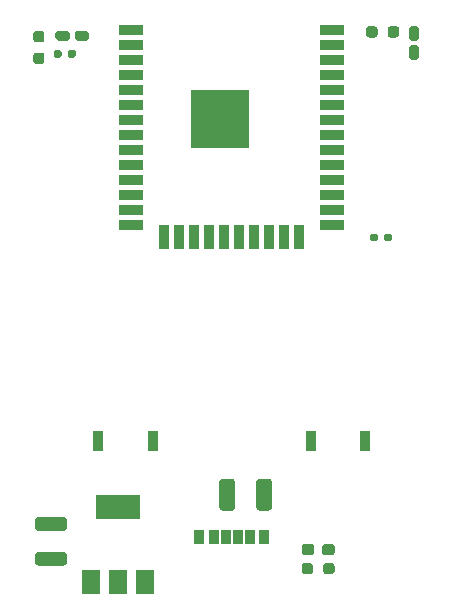
<source format=gbr>
%TF.GenerationSoftware,KiCad,Pcbnew,(5.1.10-1-10_14)*%
%TF.CreationDate,2021-10-31T18:44:30+08:00*%
%TF.ProjectId,esp32solo_devboard,65737033-3273-46f6-9c6f-5f646576626f,rev?*%
%TF.SameCoordinates,Original*%
%TF.FileFunction,Paste,Top*%
%TF.FilePolarity,Positive*%
%FSLAX46Y46*%
G04 Gerber Fmt 4.6, Leading zero omitted, Abs format (unit mm)*
G04 Created by KiCad (PCBNEW (5.1.10-1-10_14)) date 2021-10-31 18:44:30*
%MOMM*%
%LPD*%
G01*
G04 APERTURE LIST*
%ADD10R,1.500000X2.000000*%
%ADD11R,3.800000X2.000000*%
%ADD12R,0.899998X1.199998*%
%ADD13R,0.899998X1.699997*%
%ADD14R,4.999990X4.999990*%
%ADD15R,1.999996X0.899998*%
%ADD16R,0.899998X1.999996*%
G04 APERTURE END LIST*
%TO.C,R2*%
G36*
G01*
X137860000Y-68970000D02*
X137860000Y-68650000D01*
G75*
G02*
X138020000Y-68490000I160000J0D01*
G01*
X138415000Y-68490000D01*
G75*
G02*
X138575000Y-68650000I0J-160000D01*
G01*
X138575000Y-68970000D01*
G75*
G02*
X138415000Y-69130000I-160000J0D01*
G01*
X138020000Y-69130000D01*
G75*
G02*
X137860000Y-68970000I0J160000D01*
G01*
G37*
G36*
G01*
X136665000Y-68970000D02*
X136665000Y-68650000D01*
G75*
G02*
X136825000Y-68490000I160000J0D01*
G01*
X137220000Y-68490000D01*
G75*
G02*
X137380000Y-68650000I0J-160000D01*
G01*
X137380000Y-68970000D01*
G75*
G02*
X137220000Y-69130000I-160000J0D01*
G01*
X136825000Y-69130000D01*
G75*
G02*
X136665000Y-68970000I0J160000D01*
G01*
G37*
%TD*%
%TO.C,R1*%
G36*
G01*
X110620000Y-53090000D02*
X110620000Y-53410000D01*
G75*
G02*
X110460000Y-53570000I-160000J0D01*
G01*
X110065000Y-53570000D01*
G75*
G02*
X109905000Y-53410000I0J160000D01*
G01*
X109905000Y-53090000D01*
G75*
G02*
X110065000Y-52930000I160000J0D01*
G01*
X110460000Y-52930000D01*
G75*
G02*
X110620000Y-53090000I0J-160000D01*
G01*
G37*
G36*
G01*
X111815000Y-53090000D02*
X111815000Y-53410000D01*
G75*
G02*
X111655000Y-53570000I-160000J0D01*
G01*
X111260000Y-53570000D01*
G75*
G02*
X111100000Y-53410000I0J160000D01*
G01*
X111100000Y-53090000D01*
G75*
G02*
X111260000Y-52930000I160000J0D01*
G01*
X111655000Y-52930000D01*
G75*
G02*
X111815000Y-53090000I0J-160000D01*
G01*
G37*
%TD*%
%TO.C,C3*%
G36*
G01*
X108599999Y-95430000D02*
X110800001Y-95430000D01*
G75*
G02*
X111050000Y-95679999I0J-249999D01*
G01*
X111050000Y-96330001D01*
G75*
G02*
X110800001Y-96580000I-249999J0D01*
G01*
X108599999Y-96580000D01*
G75*
G02*
X108350000Y-96330001I0J249999D01*
G01*
X108350000Y-95679999D01*
G75*
G02*
X108599999Y-95430000I249999J0D01*
G01*
G37*
G36*
G01*
X108599999Y-92480000D02*
X110800001Y-92480000D01*
G75*
G02*
X111050000Y-92729999I0J-249999D01*
G01*
X111050000Y-93380001D01*
G75*
G02*
X110800001Y-93630000I-249999J0D01*
G01*
X108599999Y-93630000D01*
G75*
G02*
X108350000Y-93380001I0J249999D01*
G01*
X108350000Y-92729999D01*
G75*
G02*
X108599999Y-92480000I249999J0D01*
G01*
G37*
%TD*%
%TO.C,C2*%
G36*
G01*
X127070000Y-91680002D02*
X127070000Y-89479998D01*
G75*
G02*
X127319998Y-89230000I249998J0D01*
G01*
X128145002Y-89230000D01*
G75*
G02*
X128395000Y-89479998I0J-249998D01*
G01*
X128395000Y-91680002D01*
G75*
G02*
X128145002Y-91930000I-249998J0D01*
G01*
X127319998Y-91930000D01*
G75*
G02*
X127070000Y-91680002I0J249998D01*
G01*
G37*
G36*
G01*
X123945000Y-91680002D02*
X123945000Y-89479998D01*
G75*
G02*
X124194998Y-89230000I249998J0D01*
G01*
X125020002Y-89230000D01*
G75*
G02*
X125270000Y-89479998I0J-249998D01*
G01*
X125270000Y-91680002D01*
G75*
G02*
X125020002Y-91930000I-249998J0D01*
G01*
X124194998Y-91930000D01*
G75*
G02*
X123945000Y-91680002I0J249998D01*
G01*
G37*
%TD*%
D10*
%TO.C,U2*%
X113060000Y-97940000D03*
X117660000Y-97940000D03*
X115360000Y-97940000D03*
D11*
X115360000Y-91640000D03*
%TD*%
%TO.C,R5*%
G36*
G01*
X137345000Y-51152500D02*
X137345000Y-51627500D01*
G75*
G02*
X137107500Y-51865000I-237500J0D01*
G01*
X136607500Y-51865000D01*
G75*
G02*
X136370000Y-51627500I0J237500D01*
G01*
X136370000Y-51152500D01*
G75*
G02*
X136607500Y-50915000I237500J0D01*
G01*
X137107500Y-50915000D01*
G75*
G02*
X137345000Y-51152500I0J-237500D01*
G01*
G37*
G36*
G01*
X139170000Y-51152500D02*
X139170000Y-51627500D01*
G75*
G02*
X138932500Y-51865000I-237500J0D01*
G01*
X138432500Y-51865000D01*
G75*
G02*
X138195000Y-51627500I0J237500D01*
G01*
X138195000Y-51152500D01*
G75*
G02*
X138432500Y-50915000I237500J0D01*
G01*
X138932500Y-50915000D01*
G75*
G02*
X139170000Y-51152500I0J-237500D01*
G01*
G37*
%TD*%
%TO.C,R4*%
G36*
G01*
X108422500Y-53135000D02*
X108897500Y-53135000D01*
G75*
G02*
X109135000Y-53372500I0J-237500D01*
G01*
X109135000Y-53872500D01*
G75*
G02*
X108897500Y-54110000I-237500J0D01*
G01*
X108422500Y-54110000D01*
G75*
G02*
X108185000Y-53872500I0J237500D01*
G01*
X108185000Y-53372500D01*
G75*
G02*
X108422500Y-53135000I237500J0D01*
G01*
G37*
G36*
G01*
X108422500Y-51310000D02*
X108897500Y-51310000D01*
G75*
G02*
X109135000Y-51547500I0J-237500D01*
G01*
X109135000Y-52047500D01*
G75*
G02*
X108897500Y-52285000I-237500J0D01*
G01*
X108422500Y-52285000D01*
G75*
G02*
X108185000Y-52047500I0J237500D01*
G01*
X108185000Y-51547500D01*
G75*
G02*
X108422500Y-51310000I237500J0D01*
G01*
G37*
%TD*%
%TO.C,D2*%
G36*
G01*
X140207500Y-52530000D02*
X140632500Y-52530000D01*
G75*
G02*
X140845000Y-52742500I0J-212500D01*
G01*
X140845000Y-53542500D01*
G75*
G02*
X140632500Y-53755000I-212500J0D01*
G01*
X140207500Y-53755000D01*
G75*
G02*
X139995000Y-53542500I0J212500D01*
G01*
X139995000Y-52742500D01*
G75*
G02*
X140207500Y-52530000I212500J0D01*
G01*
G37*
G36*
G01*
X140207500Y-50905000D02*
X140632500Y-50905000D01*
G75*
G02*
X140845000Y-51117500I0J-212500D01*
G01*
X140845000Y-51917500D01*
G75*
G02*
X140632500Y-52130000I-212500J0D01*
G01*
X140207500Y-52130000D01*
G75*
G02*
X139995000Y-51917500I0J212500D01*
G01*
X139995000Y-51117500D01*
G75*
G02*
X140207500Y-50905000I212500J0D01*
G01*
G37*
%TD*%
%TO.C,D1*%
G36*
G01*
X111687500Y-51932500D02*
X111687500Y-51507500D01*
G75*
G02*
X111900000Y-51295000I212500J0D01*
G01*
X112700000Y-51295000D01*
G75*
G02*
X112912500Y-51507500I0J-212500D01*
G01*
X112912500Y-51932500D01*
G75*
G02*
X112700000Y-52145000I-212500J0D01*
G01*
X111900000Y-52145000D01*
G75*
G02*
X111687500Y-51932500I0J212500D01*
G01*
G37*
G36*
G01*
X110062500Y-51932500D02*
X110062500Y-51507500D01*
G75*
G02*
X110275000Y-51295000I212500J0D01*
G01*
X111075000Y-51295000D01*
G75*
G02*
X111287500Y-51507500I0J-212500D01*
G01*
X111287500Y-51932500D01*
G75*
G02*
X111075000Y-52145000I-212500J0D01*
G01*
X110275000Y-52145000D01*
G75*
G02*
X110062500Y-51932500I0J212500D01*
G01*
G37*
%TD*%
%TO.C,R3*%
G36*
G01*
X132725000Y-97067500D02*
X132725000Y-96592500D01*
G75*
G02*
X132962500Y-96355000I237500J0D01*
G01*
X133462500Y-96355000D01*
G75*
G02*
X133700000Y-96592500I0J-237500D01*
G01*
X133700000Y-97067500D01*
G75*
G02*
X133462500Y-97305000I-237500J0D01*
G01*
X132962500Y-97305000D01*
G75*
G02*
X132725000Y-97067500I0J237500D01*
G01*
G37*
G36*
G01*
X130900000Y-97067500D02*
X130900000Y-96592500D01*
G75*
G02*
X131137500Y-96355000I237500J0D01*
G01*
X131637500Y-96355000D01*
G75*
G02*
X131875000Y-96592500I0J-237500D01*
G01*
X131875000Y-97067500D01*
G75*
G02*
X131637500Y-97305000I-237500J0D01*
G01*
X131137500Y-97305000D01*
G75*
G02*
X130900000Y-97067500I0J237500D01*
G01*
G37*
%TD*%
D12*
%TO.C,P1*%
X127749931Y-94120019D03*
X126520063Y-94120019D03*
X125499999Y-94120019D03*
X124500001Y-94120019D03*
X123479937Y-94120019D03*
X122250069Y-94120019D03*
%TD*%
%TO.C,C1*%
G36*
G01*
X132635000Y-95457500D02*
X132635000Y-94982500D01*
G75*
G02*
X132872500Y-94745000I237500J0D01*
G01*
X133472500Y-94745000D01*
G75*
G02*
X133710000Y-94982500I0J-237500D01*
G01*
X133710000Y-95457500D01*
G75*
G02*
X133472500Y-95695000I-237500J0D01*
G01*
X132872500Y-95695000D01*
G75*
G02*
X132635000Y-95457500I0J237500D01*
G01*
G37*
G36*
G01*
X130910000Y-95457500D02*
X130910000Y-94982500D01*
G75*
G02*
X131147500Y-94745000I237500J0D01*
G01*
X131747500Y-94745000D01*
G75*
G02*
X131985000Y-94982500I0J-237500D01*
G01*
X131985000Y-95457500D01*
G75*
G02*
X131747500Y-95695000I-237500J0D01*
G01*
X131147500Y-95695000D01*
G75*
G02*
X130910000Y-95457500I0J237500D01*
G01*
G37*
%TD*%
D13*
%TO.C,SW2*%
X113700030Y-86000000D03*
X118299970Y-86000000D03*
%TD*%
%TO.C,SW1*%
X136299970Y-86000000D03*
X131700030Y-86000000D03*
%TD*%
D14*
%TO.C,U1*%
X124000002Y-58744859D03*
D15*
X133500110Y-51245001D03*
X133500110Y-52515001D03*
X133500110Y-53785001D03*
X133500110Y-55055001D03*
X133500110Y-56325001D03*
X133500110Y-57595001D03*
X116499890Y-51245001D03*
X116499890Y-52515001D03*
X116499890Y-53785001D03*
X116499890Y-55055001D03*
X116499890Y-56325001D03*
X116499890Y-57595001D03*
X116499890Y-58865001D03*
X116499890Y-60135001D03*
X116499890Y-61405001D03*
X116499890Y-62675001D03*
X116499890Y-63945001D03*
X116499890Y-65215001D03*
X116499890Y-66485001D03*
X116499890Y-67755001D03*
D16*
X119285000Y-68754999D03*
X120555000Y-68754999D03*
X121825000Y-68754999D03*
X123095000Y-68754999D03*
X124365000Y-68754999D03*
X125635000Y-68754999D03*
X126905000Y-68754999D03*
X128175000Y-68754999D03*
X129445000Y-68754999D03*
X130715000Y-68754999D03*
D15*
X133500110Y-67755001D03*
X133500110Y-66485001D03*
X133500110Y-65215001D03*
X133500110Y-63945001D03*
X133500110Y-62675001D03*
X133500110Y-61405001D03*
X133500110Y-60135001D03*
X133500110Y-58865001D03*
%TD*%
M02*

</source>
